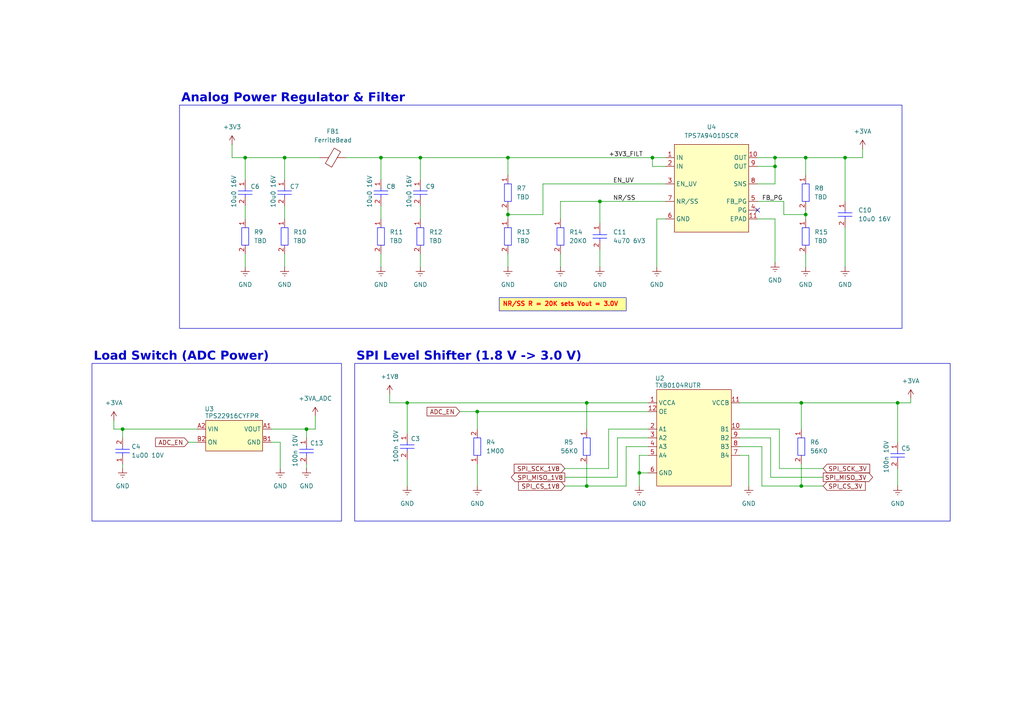
<source format=kicad_sch>
(kicad_sch (version 20231120) (generator "eeschema") (generator_version "8.0")
  (paper "A4")
  (lib_symbols
    (symbol "Device:FerriteBead" (pin_numbers hide) (pin_names (offset 0))
      (property "Reference" "FB" (at -3.81 0.635 90))
      (property "Value" "FerriteBead" (at 3.81 0 90))
      (symbol "FerriteBead_0_1"
        (polyline (pts (xy 0 -1.27) (xy 0 -1.2192)))
        (polyline (pts (xy 0 1.27) (xy 0 1.2954)))
        (polyline (pts (xy -2.7686 0.4064) (xy -1.7018 2.2606) (xy 2.7686 -0.3048) (xy 1.6764 -2.159) (xy -2.7686 0.4064)))
      )
      (symbol "FerriteBead_1_1"
        (pin passive line (at 0 3.81 270) (length 2.54) (name "~") (number "1"))
        (pin passive line (at 0 -3.81 90) (length 2.54) (name "~") (number "2"))
      )
    )
    (symbol "X-MODs_SchLib:C0402C105K8PACTU"
      (property "Reference" "C" (at -4.064 5.588 0))
      (property "Value" "1u00 10V" (at -4.064 3.302 0))
      (symbol "C0402C105K8PACTU_1_1"
        (polyline (pts (xy -1.27 0) (xy -0.508 0)) (stroke (width 0) (color 0 0 255 1)))
        (polyline (pts (xy -0.508 2.032) (xy -0.508 -2.032)) (stroke (width 0) (color 0 0 255 1)))
        (polyline (pts (xy 0.508 2.032) (xy 0.508 -2.032)) (stroke (width 0) (color 0 0 255 1)))
        (polyline (pts (xy 1.27 0) (xy 0.508 0)) (stroke (width 0) (color 0 0 255 1)))
        (pin passive line (at -3.81 0 0) (length 2.54) (name "") (number "1"))
        (pin passive line (at 3.81 0 180) (length 2.54) (name "") (number "2"))
      )
    )
    (symbol "X-MODs_SchLib:CRCW040220K0FKED"
      (property "Reference" "R" (at -4.064 5.588 0))
      (property "Value" "20K0" (at -4.064 3.302 0))
      (symbol "CRCW040220K0FKED_0_1"
        (rectangle (start -2.54 1.016) (end 2.54 -1.016) (stroke (width 0) (color 0 0 255 1)))
      )
      (symbol "CRCW040220K0FKED_1_1"
        (pin passive line (at -5.08 0 0) (length 2.54) (name "") (number "1"))
        (pin passive line (at 5.08 0 180) (length 2.54) (name "") (number "2"))
      )
    )
    (symbol "X-MODs_SchLib:ERJ-2GEJ563X"
      (property "Reference" "R" (at -4.064 5.588 0))
      (property "Value" "56K0" (at -4.064 3.302 0))
      (symbol "ERJ-2GEJ563X_0_1"
        (rectangle (start -2.54 1.016) (end 2.54 -1.016) (stroke (width 0) (color 0 0 255 1)))
      )
      (symbol "ERJ-2GEJ563X_1_1"
        (pin passive line (at -5.08 0 0) (length 2.54) (name "") (number "1"))
        (pin passive line (at 5.08 0 180) (length 2.54) (name "") (number "2"))
      )
    )
    (symbol "X-MODs_SchLib:GRM155R60G106ME01D"
      (property "Reference" "C" (at -4.064 5.588 0))
      (property "Value" "10u0 16V" (at -4.064 3.302 0))
      (symbol "GRM155R60G106ME01D_1_1"
        (polyline (pts (xy -1.27 0) (xy -0.508 0)) (stroke (width 0) (color 0 0 255 1)))
        (polyline (pts (xy -0.508 2.032) (xy -0.508 -2.032)) (stroke (width 0) (color 0 0 255 1)))
        (polyline (pts (xy 0.508 2.032) (xy 0.508 -2.032)) (stroke (width 0) (color 0 0 255 1)))
        (polyline (pts (xy 1.27 0) (xy 0.508 0)) (stroke (width 0) (color 0 0 255 1)))
        (pin passive line (at -3.81 0 0) (length 2.54) (name "") (number "1"))
        (pin passive line (at 3.81 0 180) (length 2.54) (name "") (number "2"))
      )
    )
    (symbol "X-MODs_SchLib:GRM155R71A104JA01D"
      (property "Reference" "C" (at -4.826 5.588 0))
      (property "Value" "100n 10V" (at -4.826 3.302 0))
      (symbol "GRM155R71A104JA01D_1_1"
        (polyline (pts (xy -1.27 0) (xy -0.508 0)) (stroke (width 0) (color 0 0 255 1)))
        (polyline (pts (xy -0.508 2.032) (xy -0.508 -2.032)) (stroke (width 0) (color 0 0 255 1)))
        (polyline (pts (xy 0.508 2.032) (xy 0.508 -2.032)) (stroke (width 0) (color 0 0 255 1)))
        (polyline (pts (xy 1.27 0) (xy 0.508 0)) (stroke (width 0) (color 0 0 255 1)))
        (pin passive line (at -3.81 0 0) (length 2.54) (name "") (number "1"))
        (pin passive line (at 3.81 0 180) (length 2.54) (name "") (number "2"))
      )
    )
    (symbol "X-MODs_SchLib:MSASJ105BB5475MFNA01"
      (property "Reference" "C" (at -4.064 5.588 0))
      (property "Value" "4u70 6V3" (at -4.064 3.302 0))
      (symbol "MSASJ105BB5475MFNA01_1_1"
        (polyline (pts (xy -1.27 0) (xy -0.508 0)) (stroke (width 0) (color 0 0 255 1)))
        (polyline (pts (xy -0.508 2.032) (xy -0.508 -2.032)) (stroke (width 0) (color 0 0 255 1)))
        (polyline (pts (xy 0.508 2.032) (xy 0.508 -2.032)) (stroke (width 0) (color 0 0 255 1)))
        (polyline (pts (xy 1.27 0) (xy 0.508 0)) (stroke (width 0) (color 0 0 255 1)))
        (pin passive line (at -3.81 0 0) (length 2.54) (name "") (number "1"))
        (pin passive line (at 3.81 0 180) (length 2.54) (name "") (number "2"))
      )
    )
    (symbol "X-MODs_SchLib:R"
      (property "Reference" "R" (at -4.064 5.588 0))
      (property "Value" "TBD" (at -4.064 3.302 0))
      (symbol "R_0_1"
        (rectangle (start -2.54 1.016) (end 2.54 -1.016) (stroke (width 0) (color 0 0 255 1)))
      )
      (symbol "R_1_1"
        (pin passive line (at -5.08 0 0) (length 2.54) (name "") (number "1"))
        (pin passive line (at 5.08 0 180) (length 2.54) (name "") (number "2"))
      )
    )
    (symbol "X-MODs_SchLib:RK73H1ERTTP1004F"
      (property "Reference" "R" (at -4.064 5.588 0))
      (property "Value" "1M00" (at -4.064 3.302 0))
      (symbol "RK73H1ERTTP1004F_0_1"
        (rectangle (start -2.54 1.016) (end 2.54 -1.016) (stroke (width 0) (color 0 0 255 1)))
      )
      (symbol "RK73H1ERTTP1004F_1_1"
        (pin passive line (at -5.08 0 0) (length 2.54) (name "") (number "1"))
        (pin passive line (at 5.08 0 180) (length 2.54) (name "") (number "2"))
      )
    )
    (symbol "X-MODs_SchLib:TPS22916CYFPR"
      (property "Reference" "U" (at -0.254 2.794 0))
      (property "Value" "TPS22916CYFPR" (at -0.254 1.016 0))
      (symbol "TPS22916CYFPR_0_1"
        (rectangle (start 0 0) (end 16.51 -8.89) (stroke (width 0) (color 128 0 0 1)) (fill (type background)))
      )
      (symbol "TPS22916CYFPR_1_1"
        (pin passive line (at 19.05 -2.54 180) (length 2.54) (name "VOUT") (number "A1"))
        (pin passive line (at -2.54 -2.54 0) (length 2.54) (name "VIN") (number "A2"))
        (pin passive line (at 19.05 -6.35 180) (length 2.54) (name "GND") (number "B1"))
        (pin passive line (at -2.54 -6.35 0) (length 2.54) (name "ON") (number "B2"))
      )
    )
    (symbol "X-MODs_SchLib:TPS7A9401DSCR "
      (property "Reference" "U" (at -0.254 2.794 0))
      (property "Value" "TPS7A9401DSCR " (at -0.254 1.016 0))
      (symbol "TPS7A9401DSCR _0_1"
        (rectangle (start 0 0) (end 21.59 -25.4) (stroke (width 0) (color 128 0 0 1)) (fill (type background)))
      )
      (symbol "TPS7A9401DSCR _1_1"
        (pin passive line (at -2.54 -3.81 0) (length 2.54) (name "IN") (number "1"))
        (pin passive line (at 24.13 -3.81 180) (length 2.54) (name "OUT") (number "10"))
        (pin passive line (at 24.13 -21.59 180) (length 2.54) (name "EPAD") (number "11"))
        (pin passive line (at -2.54 -6.35 0) (length 2.54) (name "IN") (number "2"))
        (pin passive line (at -2.54 -11.43 0) (length 2.54) (name "EN_UV") (number "3"))
        (pin passive line (at 24.13 -19.05 180) (length 2.54) (name "PG") (number "4"))
        (pin passive line (at 24.13 -16.51 180) (length 2.54) (name "FB_PG") (number "5"))
        (pin passive line (at -2.54 -21.59 0) (length 2.54) (name "GND") (number "6"))
        (pin passive line (at -2.54 -16.51 0) (length 2.54) (name "NR/SS") (number "7"))
        (pin passive line (at 24.13 -11.43 180) (length 2.54) (name "SNS") (number "8"))
        (pin passive line (at 24.13 -6.35 180) (length 2.54) (name "OUT") (number "9"))
      )
    )
    (symbol "X-MODs_SchLib:TXB0104RUTR"
      (property "Reference" "U" (at -0.254 2.794 0))
      (property "Value" "TXB0104RUTR" (at -0.254 1.016 0))
      (symbol "TXB0104RUTR_0_1"
        (rectangle (start 0 0) (end 21.59 -27.94) (stroke (width 0) (color 128 0 0 1)) (fill (type background)))
      )
      (symbol "TXB0104RUTR_1_1"
        (pin passive line (at -2.54 -3.81 0) (length 2.54) (name "VCCA") (number "1"))
        (pin passive line (at 24.13 -11.43 180) (length 2.54) (name "B1") (number "10"))
        (pin passive line (at 24.13 -3.81 180) (length 2.54) (name "VCCB") (number "11"))
        (pin passive line (at -2.54 -6.35 0) (length 2.54) (name "OE") (number "12"))
        (pin passive line (at -2.54 -11.43 0) (length 2.54) (name "A1") (number "2"))
        (pin passive line (at -2.54 -13.97 0) (length 2.54) (name "A2") (number "3"))
        (pin passive line (at -2.54 -16.51 0) (length 2.54) (name "A3") (number "4"))
        (pin passive line (at -2.54 -19.05 0) (length 2.54) (name "A4") (number "5"))
        (pin passive line (at -2.54 -24.13 0) (length 2.54) (name "GND") (number "6"))
        (pin passive line (at 24.13 -19.05 180) (length 2.54) (name "B4") (number "7"))
        (pin passive line (at 24.13 -16.51 180) (length 2.54) (name "B3") (number "8"))
        (pin passive line (at 24.13 -13.97 180) (length 2.54) (name "B2") (number "9"))
      )
    )
    (symbol "power:+3.3VA" (power) (pin_numbers hide) (pin_names (offset 0) hide)
      (property "Value" "+3.3VA" (at 0 3.556 0))
      (symbol "+3.3VA_0_1"
        (polyline (pts (xy -0.762 1.27) (xy 0 2.54)))
        (polyline (pts (xy 0 0) (xy 0 2.54)))
        (polyline (pts (xy 0 2.54) (xy 0.762 1.27)))
      )
      (symbol "+3.3VA_1_1"
        (pin power_in line (at 0 0 90) (length 0) (name "~") (number "1"))
      )
    )
    (symbol "power:Earth" (power) (pin_numbers hide) (pin_names (offset 0) hide)
      (property "Value" "Earth" (at 0 -3.81 0))
      (symbol "Earth_0_1"
        (polyline (pts (xy -0.635 -1.905) (xy 0.635 -1.905)))
        (polyline (pts (xy -0.127 -2.54) (xy 0.127 -2.54)))
        (polyline (pts (xy 0 -1.27) (xy 0 0)))
        (polyline (pts (xy 1.27 -1.27) (xy -1.27 -1.27)))
      )
      (symbol "Earth_1_1"
        (pin power_in line (at 0 0 270) (length 0) (name "~") (number "1"))
      )
    )
  )
  (junction (at 88.9 124.46))
  (junction (at 35.56 124.46))
  (junction (at 260.35 116.84))
  (junction (at 121.92 45.72))
  (junction (at 173.99 58.42))
  (junction (at 170.18 116.84))
  (junction (at 110.49 45.72))
  (junction (at 82.55 45.72))
  (junction (at 147.32 62.23))
  (junction (at 233.68 45.72))
  (junction (at 170.18 140.97))
  (junction (at 185.42 137.16))
  (junction (at 224.79 48.26))
  (junction (at 245.11 45.72))
  (junction (at 224.79 45.72))
  (junction (at 147.32 45.72))
  (junction (at 232.41 140.97))
  (junction (at 118.11 116.84))
  (junction (at 138.43 119.38))
  (junction (at 71.12 45.72))
  (junction (at 233.68 62.23))
  (junction (at 189.23 45.72))
  (junction (at 232.41 116.84))
  (no_connect (at 219.71 60.96))
  (wire (pts (xy 214.63 132.08) (xy 217.17 132.08)))
  (wire (pts (xy 219.71 45.72) (xy 224.79 45.72)))
  (wire (pts (xy 226.06 124.46) (xy 214.63 124.46)))
  (wire (pts (xy 193.04 48.26) (xy 189.23 48.26)))
  (wire (pts (xy 35.56 124.46) (xy 35.56 127)))
  (wire (pts (xy 67.31 41.91) (xy 67.31 45.72)))
  (wire (pts (xy 190.5 63.5) (xy 193.04 63.5)))
  (wire (pts (xy 220.98 129.54) (xy 214.63 129.54)))
  (wire (pts (xy 81.28 135.89) (xy 81.28 128.27)))
  (wire (pts (xy 219.71 63.5) (xy 224.79 63.5)))
  (wire (pts (xy 227.33 58.42) (xy 227.33 62.23)))
  (wire (pts (xy 226.06 135.89) (xy 226.06 124.46)))
  (wire (pts (xy 162.56 63.5) (xy 162.56 58.42)))
  (wire (pts (xy 219.71 53.34) (xy 224.79 53.34)))
  (wire (pts (xy 185.42 137.16) (xy 185.42 132.08)))
  (wire (pts (xy 189.23 48.26) (xy 189.23 45.72)))
  (wire (pts (xy 170.18 140.97) (xy 181.61 140.97)))
  (wire (pts (xy 219.71 58.42) (xy 227.33 58.42)))
  (wire (pts (xy 224.79 53.34) (xy 224.79 48.26)))
  (wire (pts (xy 233.68 45.72) (xy 245.11 45.72)))
  (wire (pts (xy 71.12 73.66) (xy 71.12 77.47)))
  (wire (pts (xy 33.02 121.92) (xy 33.02 124.46)))
  (wire (pts (xy 162.56 73.66) (xy 162.56 77.47)))
  (wire (pts (xy 176.53 135.89) (xy 176.53 124.46)))
  (wire (pts (xy 82.55 73.66) (xy 82.55 77.47)))
  (wire (pts (xy 223.52 127) (xy 214.63 127)))
  (wire (pts (xy 226.06 135.89) (xy 238.76 135.89)))
  (wire (pts (xy 157.48 53.34) (xy 193.04 53.34)))
  (wire (pts (xy 157.48 62.23) (xy 147.32 62.23)))
  (wire (pts (xy 227.33 62.23) (xy 233.68 62.23)))
  (wire (pts (xy 91.44 120.65) (xy 91.44 124.46)))
  (wire (pts (xy 121.92 73.66) (xy 121.92 77.47)))
  (wire (pts (xy 88.9 124.46) (xy 78.74 124.46)))
  (wire (pts (xy 176.53 124.46) (xy 187.96 124.46)))
  (wire (pts (xy 214.63 116.84) (xy 232.41 116.84)))
  (wire (pts (xy 181.61 129.54) (xy 187.96 129.54)))
  (wire (pts (xy 173.99 72.39) (xy 173.99 77.47)))
  (wire (pts (xy 224.79 45.72) (xy 233.68 45.72)))
  (wire (pts (xy 260.35 135.89) (xy 260.35 140.97)))
  (wire (pts (xy 163.83 138.43) (xy 179.07 138.43)))
  (wire (pts (xy 224.79 45.72) (xy 224.79 48.26)))
  (wire (pts (xy 147.32 45.72) (xy 189.23 45.72)))
  (wire (pts (xy 233.68 50.8) (xy 233.68 45.72)))
  (wire (pts (xy 88.9 124.46) (xy 88.9 127)))
  (wire (pts (xy 250.19 43.18) (xy 250.19 45.72)))
  (wire (pts (xy 110.49 45.72) (xy 121.92 45.72)))
  (wire (pts (xy 147.32 62.23) (xy 147.32 63.5)))
  (wire (pts (xy 260.35 116.84) (xy 260.35 128.27)))
  (wire (pts (xy 147.32 50.8) (xy 147.32 45.72)))
  (wire (pts (xy 113.03 116.84) (xy 118.11 116.84)))
  (wire (pts (xy 121.92 45.72) (xy 121.92 52.07)))
  (wire (pts (xy 147.32 73.66) (xy 147.32 77.47)))
  (wire (pts (xy 147.32 60.96) (xy 147.32 62.23)))
  (wire (pts (xy 88.9 134.62) (xy 88.9 135.89)))
  (wire (pts (xy 118.11 133.35) (xy 118.11 140.97)))
  (wire (pts (xy 121.92 59.69) (xy 121.92 63.5)))
  (wire (pts (xy 54.61 128.27) (xy 57.15 128.27)))
  (wire (pts (xy 185.42 137.16) (xy 185.42 140.97)))
  (wire (pts (xy 82.55 59.69) (xy 82.55 63.5)))
  (wire (pts (xy 170.18 134.62) (xy 170.18 140.97)))
  (wire (pts (xy 224.79 63.5) (xy 224.79 76.2)))
  (wire (pts (xy 118.11 116.84) (xy 118.11 125.73)))
  (wire (pts (xy 138.43 134.62) (xy 138.43 140.97)))
  (wire (pts (xy 223.52 138.43) (xy 223.52 127)))
  (wire (pts (xy 110.49 59.69) (xy 110.49 63.5)))
  (wire (pts (xy 245.11 77.47) (xy 245.11 66.04)))
  (wire (pts (xy 232.41 116.84) (xy 232.41 124.46)))
  (wire (pts (xy 220.98 140.97) (xy 232.41 140.97)))
  (wire (pts (xy 193.04 45.72) (xy 189.23 45.72)))
  (wire (pts (xy 260.35 116.84) (xy 264.16 116.84)))
  (wire (pts (xy 82.55 45.72) (xy 92.71 45.72)))
  (wire (pts (xy 121.92 45.72) (xy 147.32 45.72)))
  (wire (pts (xy 233.68 62.23) (xy 233.68 63.5)))
  (wire (pts (xy 224.79 48.26) (xy 219.71 48.26)))
  (wire (pts (xy 82.55 45.72) (xy 71.12 45.72)))
  (wire (pts (xy 185.42 137.16) (xy 187.96 137.16)))
  (wire (pts (xy 250.19 45.72) (xy 245.11 45.72)))
  (wire (pts (xy 233.68 60.96) (xy 233.68 62.23)))
  (wire (pts (xy 232.41 140.97) (xy 238.76 140.97)))
  (wire (pts (xy 71.12 45.72) (xy 71.12 52.07)))
  (wire (pts (xy 264.16 115.57) (xy 264.16 116.84)))
  (wire (pts (xy 220.98 140.97) (xy 220.98 129.54)))
  (wire (pts (xy 217.17 132.08) (xy 217.17 140.97)))
  (wire (pts (xy 170.18 116.84) (xy 187.96 116.84)))
  (wire (pts (xy 82.55 45.72) (xy 82.55 52.07)))
  (wire (pts (xy 91.44 124.46) (xy 88.9 124.46)))
  (wire (pts (xy 173.99 58.42) (xy 173.99 64.77)))
  (wire (pts (xy 138.43 119.38) (xy 138.43 124.46)))
  (wire (pts (xy 110.49 45.72) (xy 110.49 52.07)))
  (wire (pts (xy 163.83 140.97) (xy 170.18 140.97)))
  (wire (pts (xy 233.68 73.66) (xy 233.68 77.47)))
  (wire (pts (xy 179.07 138.43) (xy 179.07 127)))
  (wire (pts (xy 71.12 59.69) (xy 71.12 63.5)))
  (wire (pts (xy 179.07 127) (xy 187.96 127)))
  (wire (pts (xy 162.56 58.42) (xy 173.99 58.42)))
  (wire (pts (xy 100.33 45.72) (xy 110.49 45.72)))
  (wire (pts (xy 232.41 116.84) (xy 260.35 116.84)))
  (wire (pts (xy 223.52 138.43) (xy 238.76 138.43)))
  (wire (pts (xy 118.11 116.84) (xy 170.18 116.84)))
  (wire (pts (xy 138.43 119.38) (xy 133.35 119.38)))
  (wire (pts (xy 81.28 128.27) (xy 78.74 128.27)))
  (wire (pts (xy 163.83 135.89) (xy 176.53 135.89)))
  (wire (pts (xy 185.42 132.08) (xy 187.96 132.08)))
  (wire (pts (xy 35.56 124.46) (xy 57.15 124.46)))
  (wire (pts (xy 33.02 124.46) (xy 35.56 124.46)))
  (wire (pts (xy 190.5 63.5) (xy 190.5 77.47)))
  (wire (pts (xy 71.12 45.72) (xy 67.31 45.72)))
  (wire (pts (xy 157.48 53.34) (xy 157.48 62.23)))
  (wire (pts (xy 35.56 134.62) (xy 35.56 135.89)))
  (wire (pts (xy 170.18 116.84) (xy 170.18 124.46)))
  (wire (pts (xy 245.11 58.42) (xy 245.11 45.72)))
  (wire (pts (xy 181.61 140.97) (xy 181.61 129.54)))
  (wire (pts (xy 232.41 134.62) (xy 232.41 140.97)))
  (wire (pts (xy 138.43 119.38) (xy 187.96 119.38)))
  (wire (pts (xy 173.99 58.42) (xy 193.04 58.42)))
  (wire (pts (xy 113.03 114.3) (xy 113.03 116.84)))
  (wire (pts (xy 110.49 73.66) (xy 110.49 77.47)))
  (rectangle (start 52.07 30.48) (end 261.62 95.25))
  (rectangle (start 102.87 105.41) (end 275.59 151.13))
  (rectangle (start 26.67 105.41) (end 99.06 151.13))
  (text_box "NR/SS R = 20K sets Vout = 3.0V" (at 144.78 86.36 0) (size 36.83 3.81) (fill (type color) (color 255 255 150 1)) (effects (font (size 1.27 1.27) (thickness 0.254) (bold yes)) (justify left top)))
  (text "Load Switch (ADC Power)" (at 27.178 104.14 0) (effects (font (size 2.54 2.54) (thickness 0.254) (bold yes) (italic yes)) (justify left)))
  (text "Analog Power Regulator & Filter" (at 52.578 29.21 0) (effects (font (size 2.54 2.54) (thickness 0.254) (bold yes) (italic yes)) (justify left)))
  (text "SPI Level Shifter (1.8 V -> 3.0 V)" (at 103.378 104.14 0) (effects (font (size 2.54 2.54) (thickness 0.254) (bold yes) (italic yes)) (justify left)))
  (label "+3V3_FILT" (at 176.53 45.72 0))
  (label "NR{slash}SS" (at 177.8 58.42 0))
  (label "FB_PG" (at 220.98 58.42 0))
  (label "EN_UV" (at 177.8 53.34 0))
  (global_label "SPI_MISO_1V8" (shape output) (at 163.83 138.43 180) (property "Intersheetrefs" "${INTERSHEET_REFS}" (effects (hide yes))))
  (global_label "SPI_SCK_1V8" (shape input) (at 163.83 135.89 180) (property "Intersheetrefs" "${INTERSHEET_REFS}" (effects (hide yes))))
  (global_label "SPI_MISO_3V" (shape output) (at 238.76 138.43 0) (property "Intersheetrefs" "${INTERSHEET_REFS}" (effects (hide yes))))
  (global_label "SPI_CS_1V8" (shape input) (at 163.83 140.97 180) (property "Intersheetrefs" "${INTERSHEET_REFS}" (effects (hide yes))))
  (global_label "SPI_CS_3V" (shape input) (at 238.76 140.97 0) (property "Intersheetrefs" "${INTERSHEET_REFS}" (effects (hide yes))))
  (global_label "ADC_EN" (shape input) (at 133.35 119.38 180) (property "Intersheetrefs" "${INTERSHEET_REFS}" (effects (hide yes))))
  (global_label "SPI_SCK_3V" (shape input) (at 238.76 135.89 0) (property "Intersheetrefs" "${INTERSHEET_REFS}" (effects (hide yes))))
  (global_label "ADC_EN" (shape input) (at 54.61 128.27 180) (property "Intersheetrefs" "${INTERSHEET_REFS}" (effects (hide yes))))
  (symbol (lib_id "power:Earth") (at 173.99 77.47 0) (unit 1)
    (property "Reference" "#PWR026" (effects (hide yes)))
    (property "Value" "GND" (at 173.99 82.55 0))
    (property "Description" "Power symbol creates a global label with name \"Earth\"" (effects (hide yes)))
  )
  (symbol (lib_id "X-MODs_SchLib:TPS22916CYFPR") (at 59.69 121.92 0) (unit 1)
    (property "Reference" "U3" (at 60.706 118.618 0))
    (property "Value" "TPS22916CYFPR" (at 67.31 120.65 0))
    (property "Footprint" "X-MODs_PcbLib:DSBGA-4_0.74x0.74mm" (effects (hide yes)))
    (property "Datasheet" "https://www.ti.com/lit/gpn/tps22916" (effects (hide yes)))
    (property "Description" "Power Switch ICs - Power Distribution 5.5-V, 2-A, 60-mohm, 10-nA leakage load switch with output discharge 4-DSBGA -40 to 85" (effects (hide yes)))
  )
  (symbol (lib_id "X-MODs_SchLib:GRM155R71A104JA01D") (at 88.9 130.81 270) (unit 1)
    (property "Reference" "C13" (at 89.916 128.524 90) (effects (justify left)))
    (property "Value" "100n 10V" (at 85.598 125.984 0) (effects (justify left)))
    (property "Footprint" "X-MODs_PcbLib:C0402" (effects (hide yes)))
    (property "Datasheet" "https://www.mouser.es/datasheet/2/281/1/GRM155R71A104JA01_01A-1984196.pdf" (effects (hide yes)))
    (property "Description" "Multilayer Ceramic Capacitors MLCC - SMD/SMT 0.1 uF 10 VDC 5% 0402 X7R" (effects (hide yes)))
  )
  (symbol (lib_id "X-MODs_SchLib:GRM155R60G106ME01D") (at 245.11 62.23 270) (unit 1)
    (property "Reference" "C10" (at 248.92 60.9599 90) (effects (justify left)))
    (property "Value" "10u0 16V" (at 248.92 63.4999 90) (effects (justify left)))
    (property "Footprint" "X-MODs_PcbLib:C0402" (effects (hide yes)))
    (property "Datasheet" "https://www.mouser.es/datasheet/2/281/1/GRM155R60G106ME01_01A-1983785.pdf" (effects (hide yes)))
    (property "Description" "Multilayer Ceramic Capacitors MLCC - SMD/SMT 10 uF 4 VDC 20% 0402 X5R" (effects (hide yes)))
  )
  (symbol (lib_id "X-MODs_SchLib:TXB0104RUTR") (at 190.5 113.03 0) (unit 1)
    (property "Reference" "U2" (at 189.992 109.728 0) (effects (justify left)))
    (property "Value" "TXB0104RUTR" (at 189.992 111.76 0) (effects (justify left)))
    (property "Footprint" "X-MODs_PcbLib:UQFN-12_1.7x2mm" (effects (hide yes)))
    (property "Datasheet" "https://www.ti.com/lit/gpn/txb0104" (effects (hide yes)))
    (property "Description" "Translation - Voltage Levels 4B Bidir Vltg-Level Translator" (effects (hide yes)))
  )
  (symbol (lib_id "power:Earth") (at 118.11 140.97 0) (unit 1)
    (property "Reference" "#PWR012" (effects (hide yes)))
    (property "Value" "GND" (at 118.11 146.05 0))
    (property "Description" "Power symbol creates a global label with name \"Earth\"" (effects (hide yes)))
  )
  (symbol (lib_id "power:Earth") (at 147.32 77.47 0) (unit 1)
    (property "Reference" "#PWR024" (effects (hide yes)))
    (property "Value" "GND" (at 147.32 82.55 0))
    (property "Description" "Power symbol creates a global label with name \"Earth\"" (effects (hide yes)))
  )
  (symbol (lib_id "X-MODs_SchLib:MSASJ105BB5475MFNA01") (at 173.99 68.58 270) (unit 1)
    (property "Reference" "C11" (at 177.8 67.3099 90) (effects (justify left)))
    (property "Value" "4u70 6V3" (at 177.8 69.8499 90) (effects (justify left)))
    (property "Footprint" "X-MODs_PcbLib:C0402" (effects (hide yes)))
    (property "Datasheet" "https://www.mouser.es/datasheet/2/396/Tayio_Yuden_1102023_MS_mlcc_all_e-3081579.pdf" (effects (hide yes)))
    (property "Description" "Multilayer Ceramic Capacitors MLCC - SMD/SMT 6.3V 4.7uF X5R 0402 20%" (effects (hide yes)))
  )
  (symbol (lib_id "X-MODs_SchLib:GRM155R60G106ME01D") (at 110.49 55.88 270) (unit 1)
    (property "Reference" "C8" (at 112.014 54.102 90) (effects (justify left)))
    (property "Value" "10u0 16V" (at 107.188 50.8 0) (effects (justify left)))
    (property "Footprint" "X-MODs_PcbLib:C0402" (effects (hide yes)))
    (property "Datasheet" "https://www.mouser.es/datasheet/2/281/1/GRM155R60G106ME01_01A-1983785.pdf" (effects (hide yes)))
    (property "Description" "Multilayer Ceramic Capacitors MLCC - SMD/SMT 10 uF 4 VDC 20% 0402 X5R" (effects (hide yes)))
  )
  (symbol (lib_id "X-MODs_SchLib:TPS7A9401DSCR ") (at 195.58 41.91 0) (unit 1)
    (property "Reference" "U4" (at 206.375 36.83 0))
    (property "Value" "TPS7A9401DSCR" (at 206.375 39.37 0))
    (property "Footprint" "X-MODs_PcbLib:WSON-10-3.15x3.15mm" (effects (hide yes)))
    (property "Datasheet" "https://www.ti.com/lit/gpn/tps7a94" (effects (hide yes)))
    (property "Description" "LDO Voltage Regulators 1-A, ultra-low noise, ultra-high PSRR, RF voltage regulator 10-WSON -40 to 125" (effects (hide yes)))
  )
  (symbol (lib_id "X-MODs_SchLib:R") (at 121.92 68.58 270) (unit 1)
    (property "Reference" "R12" (at 124.46 67.3099 90) (effects (justify left)))
    (property "Value" "TBD" (at 124.46 69.8499 90) (effects (justify left)))
    (property "Footprint" "X-MODs_PcbLib:R0402" (effects (hide yes)))
  )
  (symbol (lib_id "X-MODs_SchLib:R") (at 82.55 68.58 270) (unit 1)
    (property "Reference" "R10" (at 85.09 67.3099 90) (effects (justify left)))
    (property "Value" "TBD" (at 85.09 69.8499 90) (effects (justify left)))
    (property "Footprint" "X-MODs_PcbLib:R0402" (effects (hide yes)))
  )
  (symbol (lib_id "power:Earth") (at 81.28 135.89 0) (unit 1)
    (property "Reference" "#PWR011" (effects (hide yes)))
    (property "Value" "GND" (at 81.28 140.97 0))
    (property "Description" "Power symbol creates a global label with name \"Earth\"" (effects (hide yes)))
  )
  (symbol (lib_id "power:Earth") (at 224.79 76.2 0) (unit 1)
    (property "Reference" "#PWR019" (effects (hide yes)))
    (property "Value" "GND" (at 224.79 81.28 0))
    (property "Description" "Power symbol creates a global label with name \"Earth\"" (effects (hide yes)))
  )
  (symbol (lib_id "power:Earth") (at 190.5 77.47 0) (unit 1)
    (property "Reference" "#PWR027" (effects (hide yes)))
    (property "Value" "GND" (at 190.5 82.55 0))
    (property "Description" "Power symbol creates a global label with name \"Earth\"" (effects (hide yes)))
  )
  (symbol (lib_id "power:Earth") (at 82.55 77.47 0) (unit 1)
    (property "Reference" "#PWR021" (effects (hide yes)))
    (property "Value" "GND" (at 82.55 82.55 0))
    (property "Description" "Power symbol creates a global label with name \"Earth\"" (effects (hide yes)))
  )
  (symbol (lib_id "power:Earth") (at 71.12 77.47 0) (unit 1)
    (property "Reference" "#PWR020" (effects (hide yes)))
    (property "Value" "GND" (at 71.12 82.55 0))
    (property "Description" "Power symbol creates a global label with name \"Earth\"" (effects (hide yes)))
  )
  (symbol (lib_id "X-MODs_SchLib:GRM155R60G106ME01D") (at 82.55 55.88 270) (unit 1)
    (property "Reference" "C7" (at 84.074 54.102 90) (effects (justify left)))
    (property "Value" "10u0 16V" (at 79.248 50.8 0) (effects (justify left)))
    (property "Footprint" "X-MODs_PcbLib:C0402" (effects (hide yes)))
    (property "Datasheet" "https://www.mouser.es/datasheet/2/281/1/GRM155R60G106ME01_01A-1983785.pdf" (effects (hide yes)))
    (property "Description" "Multilayer Ceramic Capacitors MLCC - SMD/SMT 10 uF 4 VDC 20% 0402 X5R" (effects (hide yes)))
  )
  (symbol (lib_id "X-MODs_SchLib:GRM155R60G106ME01D") (at 71.12 55.88 270) (unit 1)
    (property "Reference" "C6" (at 72.644 54.102 90) (effects (justify left)))
    (property "Value" "10u0 16V" (at 67.818 50.8 0) (effects (justify left)))
    (property "Footprint" "X-MODs_PcbLib:C0402" (effects (hide yes)))
    (property "Datasheet" "https://www.mouser.es/datasheet/2/281/1/GRM155R60G106ME01_01A-1983785.pdf" (effects (hide yes)))
    (property "Description" "Multilayer Ceramic Capacitors MLCC - SMD/SMT 10 uF 4 VDC 20% 0402 X5R" (effects (hide yes)))
  )
  (symbol (lib_id "X-MODs_SchLib:C0402C105K8PACTU") (at 35.56 130.81 90) (unit 1)
    (property "Reference" "C4" (at 38.1 129.54 90) (effects (justify right)))
    (property "Value" "1u00 10V" (at 38.1 132.08 90) (effects (justify right)))
    (property "Footprint" "X-MODs_PcbLib:C0402" (effects (hide yes)))
    (property "Datasheet" "https://www.mouser.es/datasheet/2/447/KEM_C1006_X5R_SMD-3316465.pdf" (effects (hide yes)))
    (property "Description" "Multilayer Ceramic Capacitors MLCC - SMD/SMT 10V 1uF X5R 0402 10%" (effects (hide yes)))
  )
  (symbol (lib_id "X-MODs_SchLib:GRM155R71A104JA01D") (at 260.35 132.08 270) (unit 1)
    (property "Reference" "C5" (at 261.366 130.048 90) (effects (justify left)))
    (property "Value" "100n 10V" (at 257.048 127.762 0) (effects (justify left)))
    (property "Footprint" "X-MODs_PcbLib:C0402" (effects (hide yes)))
    (property "Datasheet" "https://www.mouser.es/datasheet/2/281/1/GRM155R71A104JA01_01A-1984196.pdf" (effects (hide yes)))
    (property "Description" "Multilayer Ceramic Capacitors MLCC - SMD/SMT 0.1 uF 10 VDC 5% 0402 X7R" (effects (hide yes)))
  )
  (symbol (lib_id "X-MODs_SchLib:R") (at 110.49 68.58 270) (unit 1)
    (property "Reference" "R11" (at 113.03 67.3099 90) (effects (justify left)))
    (property "Value" "TBD" (at 113.03 69.8499 90) (effects (justify left)))
    (property "Footprint" "X-MODs_PcbLib:R0402" (effects (hide yes)))
  )
  (symbol (lib_id "power:+3.3VA") (at 33.02 121.92 0) (unit 1)
    (property "Reference" "#PWR08" (effects (hide yes)))
    (property "Value" "+3VA" (at 33.02 116.84 0))
    (property "Description" "Power symbol creates a global label with name \"+3.3VA\"" (effects (hide yes)))
  )
  (symbol (lib_id "X-MODs_SchLib:RK73H1ERTTP1004F") (at 138.43 129.54 90) (unit 1)
    (property "Reference" "R4" (at 140.97 128.2699 90) (effects (justify right)))
    (property "Value" "1M00" (at 140.97 130.8099 90) (effects (justify right)))
    (property "Footprint" "X-MODs_PcbLib:R0402" (effects (hide yes)))
    (property "Datasheet" "https://www.koaspeer.com/pdfs/RK73-RT.pdf" (effects (hide yes)))
    (property "Description" "Thick Film Resistors 1M ohm 1% 0.1W AEC-Q" (effects (hide yes)))
  )
  (symbol (lib_id "X-MODs_SchLib:R") (at 233.68 68.58 270) (unit 1)
    (property "Reference" "R15" (at 236.22 67.3099 90) (effects (justify left)))
    (property "Value" "TBD" (at 236.22 69.8499 90) (effects (justify left)))
    (property "Footprint" "X-MODs_PcbLib:R0402" (effects (hide yes)))
  )
  (symbol (lib_id "power:Earth") (at 35.56 135.89 0) (unit 1)
    (property "Reference" "#PWR010" (effects (hide yes)))
    (property "Value" "GND" (at 35.56 140.97 0))
    (property "Description" "Power symbol creates a global label with name \"Earth\"" (effects (hide yes)))
  )
  (symbol (lib_id "power:Earth") (at 245.11 77.47 0) (unit 1)
    (property "Reference" "#PWR029" (effects (hide yes)))
    (property "Value" "GND" (at 245.11 82.55 0))
    (property "Description" "Power symbol creates a global label with name \"Earth\"" (effects (hide yes)))
  )
  (symbol (lib_id "power:Earth") (at 185.42 140.97 0) (unit 1)
    (property "Reference" "#PWR014" (effects (hide yes)))
    (property "Value" "GND" (at 185.42 146.05 0))
    (property "Description" "Power symbol creates a global label with name \"Earth\"" (effects (hide yes)))
  )
  (symbol (lib_id "power:Earth") (at 217.17 140.97 0) (unit 1)
    (property "Reference" "#PWR015" (effects (hide yes)))
    (property "Value" "GND" (at 217.17 146.05 0))
    (property "Description" "Power symbol creates a global label with name \"Earth\"" (effects (hide yes)))
  )
  (symbol (lib_id "power:Earth") (at 110.49 77.47 0) (unit 1)
    (property "Reference" "#PWR022" (effects (hide yes)))
    (property "Value" "GND" (at 110.49 82.55 0))
    (property "Description" "Power symbol creates a global label with name \"Earth\"" (effects (hide yes)))
  )
  (symbol (lib_id "X-MODs_SchLib:GRM155R60G106ME01D") (at 121.92 55.88 270) (unit 1)
    (property "Reference" "C9" (at 123.444 54.102 90) (effects (justify left)))
    (property "Value" "10u0 16V" (at 118.618 50.8 0) (effects (justify left)))
    (property "Footprint" "X-MODs_PcbLib:C0402" (effects (hide yes)))
    (property "Datasheet" "https://www.mouser.es/datasheet/2/281/1/GRM155R60G106ME01_01A-1983785.pdf" (effects (hide yes)))
    (property "Description" "Multilayer Ceramic Capacitors MLCC - SMD/SMT 10 uF 4 VDC 20% 0402 X5R" (effects (hide yes)))
  )
  (symbol (lib_id "X-MODs_SchLib:CRCW040220K0FKED") (at 162.56 68.58 270) (unit 1)
    (property "Reference" "R14" (at 165.1 67.3099 90) (effects (justify left)))
    (property "Value" "20K0" (at 165.1 69.8499 90) (effects (justify left)))
    (property "Footprint" "X-MODs_PcbLib:R0402" (effects (hide yes)))
    (property "Datasheet" "https://www.vishay.com/docs/20035/dcrcwe3.pdf" (effects (hide yes)))
    (property "Description" "Thick Film Resistors 1/16watt 20Kohms 1%" (effects (hide yes)))
  )
  (symbol (lib_id "X-MODs_SchLib:ERJ-2GEJ563X") (at 170.18 129.54 270) (unit 1)
    (property "Reference" "R5" (at 163.576 128.27 90) (effects (justify left)))
    (property "Value" "56K0" (at 162.56 130.81 90) (effects (justify left)))
    (property "Footprint" "X-MODs_PcbLib:R0402" (effects (hide yes)))
    (property "Datasheet" "https://www.mouser.es/datasheet/2/315/AOA0000C301-1488782.pdf" (effects (hide yes)))
    (property "Description" "Thick Film Resistors 0402 56Kohms 5% AEC-Q200" (effects (hide yes)))
  )
  (symbol (lib_id "power:Earth") (at 260.35 140.97 0) (unit 1)
    (property "Reference" "#PWR016" (effects (hide yes)))
    (property "Value" "GND" (at 260.35 146.05 0))
    (property "Description" "Power symbol creates a global label with name \"Earth\"" (effects (hide yes)))
  )
  (symbol (lib_id "X-MODs_SchLib:R") (at 71.12 68.58 270) (unit 1)
    (property "Reference" "R9" (at 73.66 67.3099 90) (effects (justify left)))
    (property "Value" "TBD" (at 73.66 69.8499 90) (effects (justify left)))
    (property "Footprint" "X-MODs_PcbLib:R0402" (effects (hide yes)))
  )
  (symbol (lib_id "power:Earth") (at 121.92 77.47 0) (unit 1)
    (property "Reference" "#PWR023" (effects (hide yes)))
    (property "Value" "GND" (at 121.92 82.55 0))
    (property "Description" "Power symbol creates a global label with name \"Earth\"" (effects (hide yes)))
  )
  (symbol (lib_id "X-MODs_SchLib:R") (at 147.32 68.58 270) (unit 1)
    (property "Reference" "R13" (at 149.86 67.3099 90) (effects (justify left)))
    (property "Value" "TBD" (at 149.86 69.8499 90) (effects (justify left)))
    (property "Footprint" "X-MODs_PcbLib:R0402" (effects (hide yes)))
  )
  (symbol (lib_id "X-MODs_SchLib:GRM155R71A104JA01D") (at 118.11 129.54 270) (unit 1)
    (property "Reference" "C3" (at 119.126 127.254 90) (effects (justify left)))
    (property "Value" "100n 10V" (at 114.808 124.714 0) (effects (justify left)))
    (property "Footprint" "X-MODs_PcbLib:C0402" (effects (hide yes)))
    (property "Datasheet" "https://www.mouser.es/datasheet/2/281/1/GRM155R71A104JA01_01A-1984196.pdf" (effects (hide yes)))
    (property "Description" "Multilayer Ceramic Capacitors MLCC - SMD/SMT 0.1 uF 10 VDC 5% 0402 X7R" (effects (hide yes)))
  )
  (symbol (lib_id "X-MODs_SchLib:R") (at 147.32 55.88 270) (unit 1)
    (property "Reference" "R7" (at 149.86 54.6099 90) (effects (justify left)))
    (property "Value" "TBD" (at 149.86 57.1499 90) (effects (justify left)))
    (property "Footprint" "X-MODs_PcbLib:R0402" (effects (hide yes)))
  )
  (symbol (lib_id "power:Earth") (at 233.68 77.47 0) (unit 1)
    (property "Reference" "#PWR028" (effects (hide yes)))
    (property "Value" "GND" (at 233.68 82.55 0))
    (property "Description" "Power symbol creates a global label with name \"Earth\"" (effects (hide yes)))
  )
  (symbol (lib_id "power:Earth") (at 88.9 135.89 0) (unit 1)
    (property "Reference" "#PWR042" (effects (hide yes)))
    (property "Value" "GND" (at 88.9 140.97 0))
    (property "Description" "Power symbol creates a global label with name \"Earth\"" (effects (hide yes)))
  )
  (symbol (lib_id "power:+3.3VA") (at 264.16 115.57 0) (unit 1)
    (property "Reference" "#PWR07" (effects (hide yes)))
    (property "Value" "+3VA" (at 264.16 110.49 0))
    (property "Description" "Power symbol creates a global label with name \"+3.3VA\"" (effects (hide yes)))
  )
  (symbol (lib_id "power:+3.3VA") (at 91.44 120.65 0) (unit 1)
    (property "Reference" "#PWR09" (effects (hide yes)))
    (property "Value" "+3VA_ADC" (at 91.44 115.57 0))
    (property "Description" "Power symbol creates a global label with name \"+3.3VA\"" (effects (hide yes)))
  )
  (symbol (lib_id "Device:FerriteBead") (at 96.52 45.72 270) (unit 1)
    (property "Reference" "FB1" (at 96.5708 38.1 90))
    (property "Value" "FerriteBead" (at 96.5708 40.64 90))
    (property "Footprint" "X-MODs_PcbLib:L0402" (effects (hide yes)))
    (property "Description" "Ferrite bead" (effects (hide yes)))
  )
  (symbol (lib_id "power:+3.3VA") (at 250.19 43.18 0) (unit 1)
    (property "Reference" "#PWR018" (effects (hide yes)))
    (property "Value" "+3VA" (at 250.19 38.1 0))
    (property "Description" "Power symbol creates a global label with name \"+3.3VA\"" (effects (hide yes)))
  )
  (symbol (lib_id "power:+3.3VA") (at 67.31 41.91 0) (unit 1)
    (property "Reference" "#PWR017" (effects (hide yes)))
    (property "Value" "+3V3" (at 67.31 36.83 0))
    (property "Description" "Power symbol creates a global label with name \"+3.3VA\"" (effects (hide yes)))
  )
  (symbol (lib_id "X-MODs_SchLib:R") (at 233.68 55.88 270) (unit 1)
    (property "Reference" "R8" (at 236.22 54.6099 90) (effects (justify left)))
    (property "Value" "TBD" (at 236.22 57.1499 90) (effects (justify left)))
    (property "Footprint" "X-MODs_PcbLib:R0402" (effects (hide yes)))
  )
  (symbol (lib_id "X-MODs_SchLib:ERJ-2GEJ563X") (at 232.41 129.54 270) (unit 1)
    (property "Reference" "R6" (at 234.95 128.2699 90) (effects (justify left)))
    (property "Value" "56K0" (at 234.95 130.8099 90) (effects (justify left)))
    (property "Footprint" "X-MODs_PcbLib:R0402" (effects (hide yes)))
    (property "Datasheet" "https://www.mouser.es/datasheet/2/315/AOA0000C301-1488782.pdf" (effects (hide yes)))
    (property "Description" "Thick Film Resistors 0402 56Kohms 5% AEC-Q200" (effects (hide yes)))
  )
  (symbol (lib_id "power:Earth") (at 162.56 77.47 0) (unit 1)
    (property "Reference" "#PWR025" (effects (hide yes)))
    (property "Value" "GND" (at 162.56 82.55 0))
    (property "Description" "Power symbol creates a global label with name \"Earth\"" (effects (hide yes)))
  )
  (symbol (lib_id "power:Earth") (at 138.43 140.97 0) (unit 1)
    (property "Reference" "#PWR013" (effects (hide yes)))
    (property "Value" "GND" (at 138.43 146.05 0))
    (property "Description" "Power symbol creates a global label with name \"Earth\"" (effects (hide yes)))
  )
  (symbol (lib_id "power:+3.3VA") (at 113.03 114.3 0) (unit 1)
    (property "Reference" "#PWR06" (effects (hide yes)))
    (property "Value" "+1V8" (at 113.03 109.22 0))
    (property "Description" "Power symbol creates a global label with name \"+3.3VA\"" (effects (hide yes)))
  )
)
</source>
